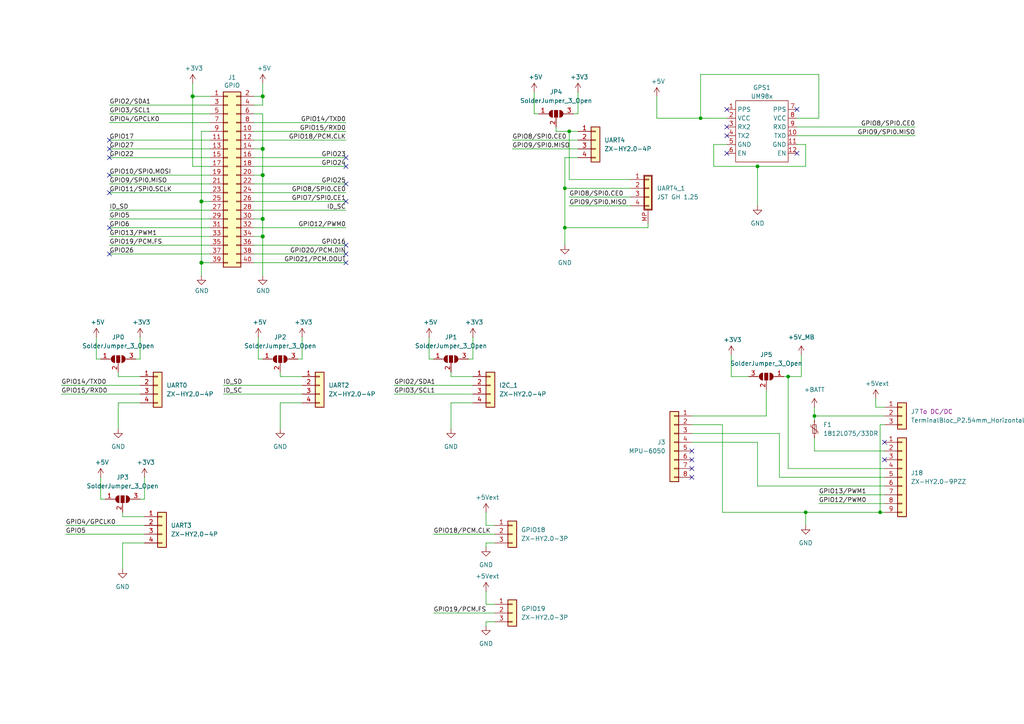
<source format=kicad_sch>
(kicad_sch (version 20250114) (generator "eeschema") (generator_version "9.0")
  (paper "A4")
  (title_block (title "Mowgli PCB (French Touch)") (date "15 nov 2012") (rev "V1.0"))
  (lib_symbols
    (symbol "Connector_Generic:Conn_01x03" (pin_names (offset 1.016) (hide yes))
      (property "Reference" "J" (at 0 5.08 0))
      (property "Value" "Conn_01x03" (at 0 -5.08 0))
      (symbol "Conn_01x03_1_1"
        (rectangle (start -1.27 3.81) (end 1.27 -3.81) (stroke (width 0.254)) (fill (type background)))
        (rectangle (start -1.27 2.667) (end 0 2.413) (stroke (width 0.1524)))
        (rectangle (start -1.27 0.127) (end 0 -0.127) (stroke (width 0.1524)))
        (rectangle (start -1.27 -2.413) (end 0 -2.667) (stroke (width 0.1524)))
        (pin passive line (at -5.08 2.54 0) (length 3.81) (name "Pin_1") (number "1"))
        (pin passive line (at -5.08 0 0) (length 3.81) (name "Pin_2") (number "2"))
        (pin passive line (at -5.08 -2.54 0) (length 3.81) (name "Pin_3") (number "3"))
      )
    )
    (symbol "Connector_Generic:Conn_01x04" (pin_names (offset 1.016) (hide yes))
      (property "Reference" "J" (at 0 5.08 0))
      (property "Value" "Conn_01x04" (at 0 -7.62 0))
      (symbol "Conn_01x04_1_1"
        (rectangle (start -1.27 3.81) (end 1.27 -6.35) (stroke (width 0.254)) (fill (type background)))
        (rectangle (start -1.27 2.667) (end 0 2.413) (stroke (width 0.1524)))
        (rectangle (start -1.27 0.127) (end 0 -0.127) (stroke (width 0.1524)))
        (rectangle (start -1.27 -2.413) (end 0 -2.667) (stroke (width 0.1524)))
        (rectangle (start -1.27 -4.953) (end 0 -5.207) (stroke (width 0.1524)))
        (pin passive line (at -5.08 2.54 0) (length 3.81) (name "Pin_1") (number "1"))
        (pin passive line (at -5.08 0 0) (length 3.81) (name "Pin_2") (number "2"))
        (pin passive line (at -5.08 -2.54 0) (length 3.81) (name "Pin_3") (number "3"))
        (pin passive line (at -5.08 -5.08 0) (length 3.81) (name "Pin_4") (number "4"))
      )
    )
    (symbol "Connector_Generic:Conn_01x08" (pin_names (offset 1.016) (hide yes))
      (property "Reference" "J" (at 0 10.16 0))
      (property "Value" "Conn_01x08" (at 0 -12.7 0))
      (symbol "Conn_01x08_1_1"
        (rectangle (start -1.27 8.89) (end 1.27 -11.43) (stroke (width 0.254)) (fill (type background)))
        (rectangle (start -1.27 7.747) (end 0 7.493) (stroke (width 0.1524)))
        (rectangle (start -1.27 5.207) (end 0 4.953) (stroke (width 0.1524)))
        (rectangle (start -1.27 2.667) (end 0 2.413) (stroke (width 0.1524)))
        (rectangle (start -1.27 0.127) (end 0 -0.127) (stroke (width 0.1524)))
        (rectangle (start -1.27 -2.413) (end 0 -2.667) (stroke (width 0.1524)))
        (rectangle (start -1.27 -4.953) (end 0 -5.207) (stroke (width 0.1524)))
        (rectangle (start -1.27 -7.493) (end 0 -7.747) (stroke (width 0.1524)))
        (rectangle (start -1.27 -10.033) (end 0 -10.287) (stroke (width 0.1524)))
        (pin passive line (at -5.08 7.62 0) (length 3.81) (name "Pin_1") (number "1"))
        (pin passive line (at -5.08 5.08 0) (length 3.81) (name "Pin_2") (number "2"))
        (pin passive line (at -5.08 2.54 0) (length 3.81) (name "Pin_3") (number "3"))
        (pin passive line (at -5.08 0 0) (length 3.81) (name "Pin_4") (number "4"))
        (pin passive line (at -5.08 -2.54 0) (length 3.81) (name "Pin_5") (number "5"))
        (pin passive line (at -5.08 -5.08 0) (length 3.81) (name "Pin_6") (number "6"))
        (pin passive line (at -5.08 -7.62 0) (length 3.81) (name "Pin_7") (number "7"))
        (pin passive line (at -5.08 -10.16 0) (length 3.81) (name "Pin_8") (number "8"))
      )
    )
    (symbol "Connector_Generic:Conn_01x09" (pin_names (offset 1.016) (hide yes))
      (property "Reference" "J" (at 0 12.7 0))
      (property "Value" "Conn_01x09" (at 0 -12.7 0))
      (symbol "Conn_01x09_1_1"
        (rectangle (start -1.27 11.43) (end 1.27 -11.43) (stroke (width 0.254)) (fill (type background)))
        (rectangle (start -1.27 10.287) (end 0 10.033) (stroke (width 0.1524)))
        (rectangle (start -1.27 7.747) (end 0 7.493) (stroke (width 0.1524)))
        (rectangle (start -1.27 5.207) (end 0 4.953) (stroke (width 0.1524)))
        (rectangle (start -1.27 2.667) (end 0 2.413) (stroke (width 0.1524)))
        (rectangle (start -1.27 0.127) (end 0 -0.127) (stroke (width 0.1524)))
        (rectangle (start -1.27 -2.413) (end 0 -2.667) (stroke (width 0.1524)))
        (rectangle (start -1.27 -4.953) (end 0 -5.207) (stroke (width 0.1524)))
        (rectangle (start -1.27 -7.493) (end 0 -7.747) (stroke (width 0.1524)))
        (rectangle (start -1.27 -10.033) (end 0 -10.287) (stroke (width 0.1524)))
        (pin passive line (at -5.08 10.16 0) (length 3.81) (name "Pin_1") (number "1"))
        (pin passive line (at -5.08 7.62 0) (length 3.81) (name "Pin_2") (number "2"))
        (pin passive line (at -5.08 5.08 0) (length 3.81) (name "Pin_3") (number "3"))
        (pin passive line (at -5.08 2.54 0) (length 3.81) (name "Pin_4") (number "4"))
        (pin passive line (at -5.08 0 0) (length 3.81) (name "Pin_5") (number "5"))
        (pin passive line (at -5.08 -2.54 0) (length 3.81) (name "Pin_6") (number "6"))
        (pin passive line (at -5.08 -5.08 0) (length 3.81) (name "Pin_7") (number "7"))
        (pin passive line (at -5.08 -7.62 0) (length 3.81) (name "Pin_8") (number "8"))
        (pin passive line (at -5.08 -10.16 0) (length 3.81) (name "Pin_9") (number "9"))
      )
    )
    (symbol "Connector_Generic:Conn_02x20_Odd_Even" (pin_names (offset 1.016) (hide yes))
      (property "Reference" "J" (at 1.27 25.4 0))
      (property "Value" "Conn_02x20_Odd_Even" (at 1.27 -27.94 0))
      (symbol "Conn_02x20_Odd_Even_1_1"
        (rectangle (start -1.27 24.13) (end 3.81 -26.67) (stroke (width 0.254)) (fill (type background)))
        (rectangle (start -1.27 22.987) (end 0 22.733) (stroke (width 0.1524)))
        (rectangle (start -1.27 20.447) (end 0 20.193) (stroke (width 0.1524)))
        (rectangle (start -1.27 17.907) (end 0 17.653) (stroke (width 0.1524)))
        (rectangle (start -1.27 15.367) (end 0 15.113) (stroke (width 0.1524)))
        (rectangle (start -1.27 12.827) (end 0 12.573) (stroke (width 0.1524)))
        (rectangle (start -1.27 10.287) (end 0 10.033) (stroke (width 0.1524)))
        (rectangle (start -1.27 7.747) (end 0 7.493) (stroke (width 0.1524)))
        (rectangle (start -1.27 5.207) (end 0 4.953) (stroke (width 0.1524)))
        (rectangle (start -1.27 2.667) (end 0 2.413) (stroke (width 0.1524)))
        (rectangle (start -1.27 0.127) (end 0 -0.127) (stroke (width 0.1524)))
        (rectangle (start -1.27 -2.413) (end 0 -2.667) (stroke (width 0.1524)))
        (rectangle (start -1.27 -4.953) (end 0 -5.207) (stroke (width 0.1524)))
        (rectangle (start -1.27 -7.493) (end 0 -7.747) (stroke (width 0.1524)))
        (rectangle (start -1.27 -10.033) (end 0 -10.287) (stroke (width 0.1524)))
        (rectangle (start -1.27 -12.573) (end 0 -12.827) (stroke (width 0.1524)))
        (rectangle (start -1.27 -15.113) (end 0 -15.367) (stroke (width 0.1524)))
        (rectangle (start -1.27 -17.653) (end 0 -17.907) (stroke (width 0.1524)))
        (rectangle (start -1.27 -20.193) (end 0 -20.447) (stroke (width 0.1524)))
        (rectangle (start -1.27 -22.733) (end 0 -22.987) (stroke (width 0.1524)))
        (rectangle (start -1.27 -25.273) (end 0 -25.527) (stroke (width 0.1524)))
        (rectangle (start 3.81 22.987) (end 2.54 22.733) (stroke (width 0.1524)))
        (rectangle (start 3.81 20.447) (end 2.54 20.193) (stroke (width 0.1524)))
        (rectangle (start 3.81 17.907) (end 2.54 17.653) (stroke (width 0.1524)))
        (rectangle (start 3.81 15.367) (end 2.54 15.113) (stroke (width 0.1524)))
        (rectangle (start 3.81 12.827) (end 2.54 12.573) (stroke (width 0.1524)))
        (rectangle (start 3.81 10.287) (end 2.54 10.033) (stroke (width 0.1524)))
        (rectangle (start 3.81 7.747) (end 2.54 7.493) (stroke (width 0.1524)))
        (rectangle (start 3.81 5.207) (end 2.54 4.953) (stroke (width 0.1524)))
        (rectangle (start 3.81 2.667) (end 2.54 2.413) (stroke (width 0.1524)))
        (rectangle (start 3.81 0.127) (end 2.54 -0.127) (stroke (width 0.1524)))
        (rectangle (start 3.81 -2.413) (end 2.54 -2.667) (stroke (width 0.1524)))
        (rectangle (start 3.81 -4.953) (end 2.54 -5.207) (stroke (width 0.1524)))
        (rectangle (start 3.81 -7.493) (end 2.54 -7.747) (stroke (width 0.1524)))
        (rectangle (start 3.81 -10.033) (end 2.54 -10.287) (stroke (width 0.1524)))
        (rectangle (start 3.81 -12.573) (end 2.54 -12.827) (stroke (width 0.1524)))
        (rectangle (start 3.81 -15.113) (end 2.54 -15.367) (stroke (width 0.1524)))
        (rectangle (start 3.81 -17.653) (end 2.54 -17.907) (stroke (width 0.1524)))
        (rectangle (start 3.81 -20.193) (end 2.54 -20.447) (stroke (width 0.1524)))
        (rectangle (start 3.81 -22.733) (end 2.54 -22.987) (stroke (width 0.1524)))
        (rectangle (start 3.81 -25.273) (end 2.54 -25.527) (stroke (width 0.1524)))
        (pin passive line (at -5.08 22.86 0) (length 3.81) (name "Pin_1") (number "1"))
        (pin passive line (at -5.08 20.32 0) (length 3.81) (name "Pin_3") (number "3"))
        (pin passive line (at -5.08 17.78 0) (length 3.81) (name "Pin_5") (number "5"))
        (pin passive line (at -5.08 15.24 0) (length 3.81) (name "Pin_7") (number "7"))
        (pin passive line (at -5.08 12.7 0) (length 3.81) (name "Pin_9") (number "9"))
        (pin passive line (at -5.08 10.16 0) (length 3.81) (name "Pin_11") (number "11"))
        (pin passive line (at -5.08 7.62 0) (length 3.81) (name "Pin_13") (number "13"))
        (pin passive line (at -5.08 5.08 0) (length 3.81) (name "Pin_15") (number "15"))
        (pin passive line (at -5.08 2.54 0) (length 3.81) (name "Pin_17") (number "17"))
        (pin passive line (at -5.08 0 0) (length 3.81) (name "Pin_19") (number "19"))
        (pin passive line (at -5.08 -2.54 0) (length 3.81) (name "Pin_21") (number "21"))
        (pin passive line (at -5.08 -5.08 0) (length 3.81) (name "Pin_23") (number "23"))
        (pin passive line (at -5.08 -7.62 0) (length 3.81) (name "Pin_25") (number "25"))
        (pin passive line (at -5.08 -10.16 0) (length 3.81) (name "Pin_27") (number "27"))
        (pin passive line (at -5.08 -12.7 0) (length 3.81) (name "Pin_29") (number "29"))
        (pin passive line (at -5.08 -15.24 0) (length 3.81) (name "Pin_31") (number "31"))
        (pin passive line (at -5.08 -17.78 0) (length 3.81) (name "Pin_33") (number "33"))
        (pin passive line (at -5.08 -20.32 0) (length 3.81) (name "Pin_35") (number "35"))
        (pin passive line (at -5.08 -22.86 0) (length 3.81) (name "Pin_37") (number "37"))
        (pin passive line (at -5.08 -25.4 0) (length 3.81) (name "Pin_39") (number "39"))
        (pin passive line (at 7.62 22.86 180) (length 3.81) (name "Pin_2") (number "2"))
        (pin passive line (at 7.62 20.32 180) (length 3.81) (name "Pin_4") (number "4"))
        (pin passive line (at 7.62 17.78 180) (length 3.81) (name "Pin_6") (number "6"))
        (pin passive line (at 7.62 15.24 180) (length 3.81) (name "Pin_8") (number "8"))
        (pin passive line (at 7.62 12.7 180) (length 3.81) (name "Pin_10") (number "10"))
        (pin passive line (at 7.62 10.16 180) (length 3.81) (name "Pin_12") (number "12"))
        (pin passive line (at 7.62 7.62 180) (length 3.81) (name "Pin_14") (number "14"))
        (pin passive line (at 7.62 5.08 180) (length 3.81) (name "Pin_16") (number "16"))
        (pin passive line (at 7.62 2.54 180) (length 3.81) (name "Pin_18") (number "18"))
        (pin passive line (at 7.62 0 180) (length 3.81) (name "Pin_20") (number "20"))
        (pin passive line (at 7.62 -2.54 180) (length 3.81) (name "Pin_22") (number "22"))
        (pin passive line (at 7.62 -5.08 180) (length 3.81) (name "Pin_24") (number "24"))
        (pin passive line (at 7.62 -7.62 180) (length 3.81) (name "Pin_26") (number "26"))
        (pin passive line (at 7.62 -10.16 180) (length 3.81) (name "Pin_28") (number "28"))
        (pin passive line (at 7.62 -12.7 180) (length 3.81) (name "Pin_30") (number "30"))
        (pin passive line (at 7.62 -15.24 180) (length 3.81) (name "Pin_32") (number "32"))
        (pin passive line (at 7.62 -17.78 180) (length 3.81) (name "Pin_34") (number "34"))
        (pin passive line (at 7.62 -20.32 180) (length 3.81) (name "Pin_36") (number "36"))
        (pin passive line (at 7.62 -22.86 180) (length 3.81) (name "Pin_38") (number "38"))
        (pin passive line (at 7.62 -25.4 180) (length 3.81) (name "Pin_40") (number "40"))
      )
    )
    (symbol "Connector_Generic_Shielded:Conn_01x04_Shielded" (pin_names (offset 1.016) (hide yes))
      (property "Reference" "UART4_1" (at 2.54 0.0001 0))
      (property "Value" "JST GH 1.25" (at 2.54 -2.5399 0))
      (symbol "Conn_01x04_Shielded_1_1"
        (rectangle (start -1.27 3.81) (end 1.27 -6.35) (stroke (width 0.1524)))
        (rectangle (start -1.016 3.556) (end 1.016 -6.096) (stroke (width 0.254)) (fill (type background)))
        (rectangle (start -1.016 2.667) (end 0.254 2.413) (stroke (width 0.1524)))
        (rectangle (start -1.016 0.127) (end 0.254 -0.127) (stroke (width 0.1524)))
        (rectangle (start -1.016 -2.413) (end 0.254 -2.667) (stroke (width 0.1524)))
        (rectangle (start -1.016 -4.953) (end 0.254 -5.207) (stroke (width 0.1524)))
        (pin passive line (at -5.08 2.54 0) (length 4.064) (name "Pin_1") (number "1"))
        (pin passive line (at -5.08 0 0) (length 4.064) (name "Pin_2") (number "2"))
        (pin passive line (at -5.08 -2.54 0) (length 4.064) (name "Pin_3") (number "3"))
        (pin passive line (at -5.08 -5.08 0) (length 4.064) (name "Pin_4") (number "4"))
        (pin passive line (at 0 -10.16 90) (length 3.81) (name "Shield") (number "MP"))
      )
    )
    (symbol "Device:Polyfuse_Small" (pin_numbers (hide yes)) (pin_names (offset 0))
      (property "Reference" "F" (at -1.905 0 90))
      (property "Value" "Polyfuse_Small" (at 1.905 0 90))
      (symbol "Polyfuse_Small_0_1"
        (polyline (pts (xy -1.016 1.27) (xy -1.016 0.762) (xy 1.016 -0.762) (xy 1.016 -1.27)))
        (rectangle (start -0.508 1.27) (end 0.508 -1.27))
        (polyline (pts (xy 0 2.54) (xy 0 -2.54)))
      )
      (symbol "Polyfuse_Small_1_1"
        (pin passive line (at 0 2.54 270) (length 0.635) (name "~") (number "1"))
        (pin passive line (at 0 -2.54 90) (length 0.635) (name "~") (number "2"))
      )
    )
    (symbol "Jumper:SolderJumper_3_Open" (pin_names (offset 0) (hide yes)) (exclude_from_sim yes) (in_bom no)
      (property "Reference" "JP" (at -2.54 -2.54 0))
      (property "Value" "SolderJumper_3_Open" (at 0 2.794 0))
      (symbol "SolderJumper_3_Open_0_1"
        (polyline (pts (xy -2.54 0) (xy -2.032 0)))
        (polyline (pts (xy -1.016 1.016) (xy -1.016 -1.016)))
        (arc (start -1.016 -1.016) (mid -2.0276 0) (end -1.016 1.016))
        (arc (start -1.016 -1.016) (mid -2.0276 0) (end -1.016 1.016) (fill (type outline)))
        (rectangle (start -0.508 1.016) (end 0.508 -1.016) (fill (type outline)))
        (polyline (pts (xy 0 -1.27) (xy 0 -1.016)))
        (arc (start 1.016 1.016) (mid 2.0276 0) (end 1.016 -1.016))
        (arc (start 1.016 1.016) (mid 2.0276 0) (end 1.016 -1.016) (fill (type outline)))
        (polyline (pts (xy 1.016 1.016) (xy 1.016 -1.016)))
        (polyline (pts (xy 2.54 0) (xy 2.032 0)))
      )
      (symbol "SolderJumper_3_Open_1_1"
        (pin passive line (at -5.08 0 0) (length 2.54) (name "A") (number "1"))
        (pin passive line (at 0 -3.81 90) (length 2.54) (name "C") (number "2"))
        (pin passive line (at 5.08 0 180) (length 2.54) (name "B") (number "3"))
      )
    )
    (symbol "power:+3.3V" (power) (pin_numbers (hide yes)) (pin_names (offset 0) (hide yes))
      (property "Value" "+3.3V" (at 0 3.556 0))
      (symbol "+3.3V_0_1"
        (polyline (pts (xy -0.762 1.27) (xy 0 2.54)))
        (polyline (pts (xy 0 2.54) (xy 0.762 1.27)))
        (polyline (pts (xy 0 0) (xy 0 2.54)))
      )
      (symbol "+3.3V_1_1"
        (pin power_in line (at 0 0 90) (length 0) (name "~") (number "1"))
      )
    )
    (symbol "power:+5V" (power) (pin_numbers (hide yes)) (pin_names (offset 0) (hide yes))
      (property "Value" "+5V" (at 0 3.556 0))
      (symbol "+5V_0_1"
        (polyline (pts (xy -0.762 1.27) (xy 0 2.54)))
        (polyline (pts (xy 0 2.54) (xy 0.762 1.27)))
        (polyline (pts (xy 0 0) (xy 0 2.54)))
      )
      (symbol "+5V_1_1"
        (pin power_in line (at 0 0 90) (length 0) (name "~") (number "1"))
      )
    )
    (symbol "power:+BATT" (power) (pin_numbers (hide yes)) (pin_names (offset 0) (hide yes))
      (property "Value" "+BATT" (at 0 3.556 0))
      (symbol "+BATT_0_1"
        (polyline (pts (xy -0.762 1.27) (xy 0 2.54)))
        (polyline (pts (xy 0 2.54) (xy 0.762 1.27)))
        (polyline (pts (xy 0 0) (xy 0 2.54)))
      )
      (symbol "+BATT_1_1"
        (pin power_in line (at 0 0 90) (length 0) (name "~") (number "1"))
      )
    )
    (symbol "power:GND" (power) (pin_numbers (hide yes)) (pin_names (offset 0) (hide yes))
      (property "Value" "GND" (at 0 -3.81 0))
      (symbol "GND_0_1"
        (polyline (pts (xy 0 0) (xy 0 -1.27) (xy 1.27 -1.27) (xy 0 -2.54) (xy -1.27 -1.27) (xy 0 -1.27)))
      )
      (symbol "GND_1_1"
        (pin power_in line (at 0 0 270) (length 0) (name "~") (number "1"))
      )
    )
    (symbol "xtech:UM9xx_WitMotion"
      (property "Reference" "U" (at 7.62 1.016 0))
      (symbol "UM9xx_WitMotion_0_1"
        (rectangle (start 0 20.32) (end 15.24 2.54))
      )
      (symbol "UM9xx_WitMotion_1_1"
        (pin output line (at -2.54 17.78 0) (length 2.54) (name "PPS") (number "1"))
        (pin input line (at -2.54 15.24 0) (length 2.54) (name "VCC") (number "2"))
        (pin input line (at -2.54 12.7 0) (length 2.54) (name "RX2") (number "3"))
        (pin output line (at -2.54 10.16 0) (length 2.54) (name "TX2") (number "4"))
        (pin input line (at -2.54 7.62 0) (length 2.54) (name "GND") (number "5"))
        (pin output line (at -2.54 5.08 0) (length 2.54) (name "EN") (number "6"))
        (pin output line (at 17.78 17.78 180) (length 2.54) (name "PPS") (number "7"))
        (pin input line (at 17.78 15.24 180) (length 2.54) (name "VCC") (number "8"))
        (pin input line (at 17.78 12.7 180) (length 2.54) (name "RXD") (number "9"))
        (pin output line (at 17.78 10.16 180) (length 2.54) (name "TXD") (number "10"))
        (pin input line (at 17.78 7.62 180) (length 2.54) (name "GND") (number "11"))
        (pin output line (at 17.78 5.08 180) (length 2.54) (name "EN") (number "12"))
      )
    )
  )
  (junction (at 219.71 48.26))
  (junction (at 76.2 27.94) (diameter 1.016))
  (junction (at 76.2 43.18) (diameter 1.016))
  (junction (at 255.27 148.59))
  (junction (at 58.42 76.2) (diameter 1.016))
  (junction (at 58.42 58.42) (diameter 1.016))
  (junction (at 233.68 148.59))
  (junction (at 76.2 68.58) (diameter 1.016))
  (junction (at 236.22 120.65))
  (junction (at 76.2 63.5) (diameter 1.016))
  (junction (at 165.1 38.1))
  (junction (at 203.2 34.29))
  (junction (at 228.6 109.22))
  (junction (at 76.2 50.8) (diameter 1.016))
  (junction (at 163.83 66.04))
  (junction (at 163.83 54.61))
  (junction (at 55.88 27.94) (diameter 1.016))
  (no_connect (at 100.33 58.42))
  (no_connect (at 31.75 73.66))
  (no_connect (at 200.66 133.35))
  (no_connect (at 210.82 36.83))
  (no_connect (at 31.75 43.18))
  (no_connect (at 200.66 130.81))
  (no_connect (at 31.75 45.72))
  (no_connect (at 31.75 50.8))
  (no_connect (at 256.54 133.35))
  (no_connect (at 100.33 73.66))
  (no_connect (at 31.75 40.64))
  (no_connect (at 210.82 31.75))
  (no_connect (at 100.33 48.26))
  (no_connect (at 231.14 31.75))
  (no_connect (at 31.75 55.88))
  (no_connect (at 100.33 45.72))
  (no_connect (at 231.14 44.45))
  (no_connect (at 210.82 39.37))
  (no_connect (at 200.66 138.43))
  (no_connect (at 100.33 76.2))
  (no_connect (at 210.82 44.45))
  (no_connect (at 200.66 135.89))
  (no_connect (at 256.54 128.27))
  (no_connect (at 100.33 71.12))
  (no_connect (at 31.75 66.04))
  (no_connect (at 100.33 53.34))
  (wire (pts (xy 58.42 58.42) (xy 58.42 76.2)))
  (wire (pts (xy 187.96 64.77) (xy 187.96 66.04)))
  (wire (pts (xy 73.66 58.42) (xy 100.33 58.42)))
  (wire (pts (xy 125.73 177.8) (xy 143.51 177.8)))
  (wire (pts (xy 228.6 109.22) (xy 227.33 109.22)))
  (wire (pts (xy 143.51 157.48) (xy 140.97 157.48)))
  (wire (pts (xy 60.96 40.64) (xy 31.75 40.64)))
  (wire (pts (xy 19.05 154.94) (xy 41.91 154.94)))
  (wire (pts (xy 165.1 38.1) (xy 165.1 52.07)))
  (wire (pts (xy 76.2 33.02) (xy 76.2 43.18)))
  (wire (pts (xy 81.28 109.22) (xy 87.63 109.22)))
  (wire (pts (xy 76.2 50.8) (xy 73.66 50.8)))
  (wire (pts (xy 40.64 116.84) (xy 34.29 116.84)))
  (wire (pts (xy 217.17 109.22) (xy 212.09 109.22)))
  (wire (pts (xy 35.56 157.48) (xy 35.56 165.1)))
  (wire (pts (xy 74.93 97.79) (xy 74.93 104.14)))
  (wire (pts (xy 34.29 109.22) (xy 40.64 109.22)))
  (wire (pts (xy 233.68 41.91) (xy 233.68 48.26)))
  (wire (pts (xy 76.2 63.5) (xy 76.2 68.58)))
  (wire (pts (xy 187.96 66.04) (xy 163.83 66.04)))
  (wire (pts (xy 29.21 144.78) (xy 30.48 144.78)))
  (wire (pts (xy 81.28 107.95) (xy 81.28 109.22)))
  (wire (pts (xy 86.36 104.14) (xy 87.63 104.14)))
  (wire (pts (xy 200.66 128.27) (xy 219.71 128.27)))
  (wire (pts (xy 64.77 111.76) (xy 87.63 111.76)))
  (wire (pts (xy 237.49 21.59) (xy 203.2 21.59)))
  (wire (pts (xy 167.64 45.72) (xy 163.83 45.72)))
  (wire (pts (xy 237.49 143.51) (xy 256.54 143.51)))
  (wire (pts (xy 231.14 36.83) (xy 265.43 36.83)))
  (wire (pts (xy 76.2 50.8) (xy 76.2 63.5)))
  (wire (pts (xy 34.29 116.84) (xy 34.29 124.46)))
  (wire (pts (xy 73.66 35.56) (xy 100.33 35.56)))
  (wire (pts (xy 58.42 38.1) (xy 58.42 58.42)))
  (wire (pts (xy 226.06 125.73) (xy 226.06 138.43)))
  (wire (pts (xy 256.54 118.11) (xy 254 118.11)))
  (wire (pts (xy 190.5 34.29) (xy 190.5 27.94)))
  (wire (pts (xy 58.42 38.1) (xy 60.96 38.1)))
  (wire (pts (xy 39.37 104.14) (xy 40.64 104.14)))
  (wire (pts (xy 137.16 97.79) (xy 137.16 104.14)))
  (wire (pts (xy 73.66 55.88) (xy 100.33 55.88)))
  (wire (pts (xy 163.83 66.04) (xy 163.83 71.12)))
  (wire (pts (xy 60.96 60.96) (xy 31.75 60.96)))
  (wire (pts (xy 31.75 63.5) (xy 60.96 63.5)))
  (wire (pts (xy 29.21 138.43) (xy 29.21 144.78)))
  (wire (pts (xy 130.81 116.84) (xy 130.81 124.46)))
  (wire (pts (xy 231.14 39.37) (xy 265.43 39.37)))
  (wire (pts (xy 237.49 34.29) (xy 237.49 21.59)))
  (wire (pts (xy 207.01 41.91) (xy 207.01 48.26)))
  (wire (pts (xy 58.42 58.42) (xy 60.96 58.42)))
  (wire (pts (xy 256.54 123.19) (xy 255.27 123.19)))
  (wire (pts (xy 73.66 45.72) (xy 100.33 45.72)))
  (wire (pts (xy 231.14 41.91) (xy 233.68 41.91)))
  (wire (pts (xy 154.94 26.67) (xy 154.94 33.02)))
  (wire (pts (xy 203.2 21.59) (xy 203.2 34.29)))
  (wire (pts (xy 219.71 48.26) (xy 233.68 48.26)))
  (wire (pts (xy 163.83 54.61) (xy 182.88 54.61)))
  (wire (pts (xy 165.1 57.15) (xy 182.88 57.15)))
  (wire (pts (xy 73.66 76.2) (xy 100.33 76.2)))
  (wire (pts (xy 58.42 76.2) (xy 58.42 80.01)))
  (wire (pts (xy 31.75 43.18) (xy 60.96 43.18)))
  (wire (pts (xy 55.88 24.13) (xy 55.88 27.94)))
  (wire (pts (xy 232.41 109.22) (xy 228.6 109.22)))
  (wire (pts (xy 114.3 111.76) (xy 137.16 111.76)))
  (wire (pts (xy 143.51 175.26) (xy 140.97 175.26)))
  (wire (pts (xy 27.94 97.79) (xy 27.94 104.14)))
  (wire (pts (xy 236.22 118.11) (xy 236.22 120.65)))
  (wire (pts (xy 212.09 109.22) (xy 212.09 102.87)))
  (wire (pts (xy 76.2 68.58) (xy 73.66 68.58)))
  (wire (pts (xy 34.29 107.95) (xy 34.29 109.22)))
  (wire (pts (xy 143.51 152.4) (xy 140.97 152.4)))
  (wire (pts (xy 125.73 154.94) (xy 143.51 154.94)))
  (wire (pts (xy 31.75 33.02) (xy 60.96 33.02)))
  (wire (pts (xy 203.2 34.29) (xy 210.82 34.29)))
  (wire (pts (xy 207.01 48.26) (xy 219.71 48.26)))
  (wire (pts (xy 124.46 97.79) (xy 124.46 104.14)))
  (wire (pts (xy 31.75 55.88) (xy 60.96 55.88)))
  (wire (pts (xy 55.88 48.26) (xy 60.96 48.26)))
  (wire (pts (xy 17.78 114.3) (xy 40.64 114.3)))
  (wire (pts (xy 232.41 102.87) (xy 232.41 109.22)))
  (wire (pts (xy 236.22 130.81) (xy 236.22 127)))
  (wire (pts (xy 60.96 30.48) (xy 31.75 30.48)))
  (wire (pts (xy 163.83 54.61) (xy 163.83 66.04)))
  (wire (pts (xy 76.2 27.94) (xy 76.2 30.48)))
  (wire (pts (xy 228.6 135.89) (xy 256.54 135.89)))
  (wire (pts (xy 219.71 48.26) (xy 219.71 59.69)))
  (wire (pts (xy 74.93 104.14) (xy 76.2 104.14)))
  (wire (pts (xy 76.2 43.18) (xy 76.2 50.8)))
  (wire (pts (xy 73.66 40.64) (xy 100.33 40.64)))
  (wire (pts (xy 210.82 41.91) (xy 207.01 41.91)))
  (wire (pts (xy 76.2 43.18) (xy 73.66 43.18)))
  (wire (pts (xy 19.05 152.4) (xy 41.91 152.4)))
  (wire (pts (xy 222.25 113.03) (xy 222.25 120.65)))
  (wire (pts (xy 161.29 38.1) (xy 165.1 38.1)))
  (wire (pts (xy 148.59 40.64) (xy 167.64 40.64)))
  (wire (pts (xy 76.2 24.13) (xy 76.2 27.94)))
  (wire (pts (xy 254 118.11) (xy 254 115.57)))
  (wire (pts (xy 31.75 35.56) (xy 60.96 35.56)))
  (wire (pts (xy 219.71 140.97) (xy 219.71 128.27)))
  (wire (pts (xy 76.2 27.94) (xy 73.66 27.94)))
  (wire (pts (xy 237.49 146.05) (xy 256.54 146.05)))
  (wire (pts (xy 55.88 27.94) (xy 55.88 48.26)))
  (wire (pts (xy 140.97 175.26) (xy 140.97 171.45)))
  (wire (pts (xy 73.66 48.26) (xy 100.33 48.26)))
  (wire (pts (xy 73.66 38.1) (xy 100.33 38.1)))
  (wire (pts (xy 148.59 43.18) (xy 167.64 43.18)))
  (wire (pts (xy 161.29 36.83) (xy 161.29 38.1)))
  (wire (pts (xy 233.68 148.59) (xy 233.68 152.4)))
  (wire (pts (xy 81.28 116.84) (xy 81.28 124.46)))
  (wire (pts (xy 31.75 45.72) (xy 60.96 45.72)))
  (wire (pts (xy 228.6 109.22) (xy 228.6 135.89)))
  (wire (pts (xy 31.75 53.34) (xy 60.96 53.34)))
  (wire (pts (xy 231.14 34.29) (xy 237.49 34.29)))
  (wire (pts (xy 87.63 116.84) (xy 81.28 116.84)))
  (wire (pts (xy 256.54 130.81) (xy 236.22 130.81)))
  (wire (pts (xy 130.81 109.22) (xy 137.16 109.22)))
  (wire (pts (xy 255.27 123.19) (xy 255.27 148.59)))
  (wire (pts (xy 31.75 66.04) (xy 60.96 66.04)))
  (wire (pts (xy 76.2 30.48) (xy 73.66 30.48)))
  (wire (pts (xy 233.68 148.59) (xy 255.27 148.59)))
  (wire (pts (xy 27.94 104.14) (xy 29.21 104.14)))
  (wire (pts (xy 135.89 104.14) (xy 137.16 104.14)))
  (wire (pts (xy 17.78 111.76) (xy 40.64 111.76)))
  (wire (pts (xy 200.66 120.65) (xy 222.25 120.65)))
  (wire (pts (xy 31.75 71.12) (xy 60.96 71.12)))
  (wire (pts (xy 40.64 97.79) (xy 40.64 104.14)))
  (wire (pts (xy 163.83 45.72) (xy 163.83 54.61)))
  (wire (pts (xy 73.66 71.12) (xy 100.33 71.12)))
  (wire (pts (xy 87.63 97.79) (xy 87.63 104.14)))
  (wire (pts (xy 73.66 66.04) (xy 100.33 66.04)))
  (wire (pts (xy 140.97 180.34) (xy 140.97 181.61)))
  (wire (pts (xy 58.42 76.2) (xy 60.96 76.2)))
  (wire (pts (xy 40.64 144.78) (xy 41.91 144.78)))
  (wire (pts (xy 166.37 33.02) (xy 167.64 33.02)))
  (wire (pts (xy 140.97 152.4) (xy 140.97 148.59)))
  (wire (pts (xy 73.66 73.66) (xy 100.33 73.66)))
  (wire (pts (xy 76.2 33.02) (xy 73.66 33.02)))
  (wire (pts (xy 31.75 73.66) (xy 60.96 73.66)))
  (wire (pts (xy 41.91 138.43) (xy 41.91 144.78)))
  (wire (pts (xy 165.1 52.07) (xy 182.88 52.07)))
  (wire (pts (xy 190.5 34.29) (xy 203.2 34.29)))
  (wire (pts (xy 143.51 180.34) (xy 140.97 180.34)))
  (wire (pts (xy 35.56 148.59) (xy 35.56 149.86)))
  (wire (pts (xy 41.91 157.48) (xy 35.56 157.48)))
  (wire (pts (xy 140.97 157.48) (xy 140.97 158.75)))
  (wire (pts (xy 209.55 148.59) (xy 209.55 123.19)))
  (wire (pts (xy 236.22 120.65) (xy 256.54 120.65)))
  (wire (pts (xy 76.2 68.58) (xy 76.2 80.01)))
  (wire (pts (xy 114.3 114.3) (xy 137.16 114.3)))
  (wire (pts (xy 124.46 104.14) (xy 125.73 104.14)))
  (wire (pts (xy 73.66 53.34) (xy 100.33 53.34)))
  (wire (pts (xy 60.96 68.58) (xy 31.75 68.58)))
  (wire (pts (xy 130.81 107.95) (xy 130.81 109.22)))
  (wire (pts (xy 209.55 148.59) (xy 233.68 148.59)))
  (wire (pts (xy 226.06 138.43) (xy 256.54 138.43)))
  (wire (pts (xy 236.22 120.65) (xy 236.22 121.92)))
  (wire (pts (xy 255.27 148.59) (xy 256.54 148.59)))
  (wire (pts (xy 76.2 63.5) (xy 73.66 63.5)))
  (wire (pts (xy 209.55 123.19) (xy 200.66 123.19)))
  (wire (pts (xy 165.1 38.1) (xy 167.64 38.1)))
  (wire (pts (xy 55.88 27.94) (xy 60.96 27.94)))
  (wire (pts (xy 35.56 149.86) (xy 41.91 149.86)))
  (wire (pts (xy 154.94 33.02) (xy 156.21 33.02)))
  (wire (pts (xy 64.77 114.3) (xy 87.63 114.3)))
  (wire (pts (xy 200.66 125.73) (xy 226.06 125.73)))
  (wire (pts (xy 219.71 140.97) (xy 256.54 140.97)))
  (wire (pts (xy 60.96 50.8) (xy 31.75 50.8)))
  (wire (pts (xy 73.66 60.96) (xy 100.33 60.96)))
  (wire (pts (xy 165.1 59.69) (xy 182.88 59.69)))
  (wire (pts (xy 137.16 116.84) (xy 130.81 116.84)))
  (wire (pts (xy 167.64 26.67) (xy 167.64 33.02)))
  (label "GPIO9{slash}SPI0.MISO" (at 265.43 39.37 180))
  (label "ID_SD" (at 31.75 60.96 0))
  (label "GPIO6" (at 31.75 66.04 0))
  (label "GPIO9{slash}SPI0.MISO" (at 165.1 59.69 0))
  (label "GPIO4{slash}GPCLK0" (at 19.05 152.4 0))
  (label "ID_SD" (at 64.77 111.76 0))
  (label "ID_SC" (at 100.33 60.96 180))
  (label "GPIO5" (at 31.75 63.5 0))
  (label "GPIO21{slash}PCM.DOUT" (at 100.33 76.2 180))
  (label "GPIO19{slash}PCM.FS" (at 31.75 71.12 0))
  (label "GPIO10{slash}SPI0.MOSI" (at 31.75 50.8 0))
  (label "GPIO9{slash}SPI0.MISO" (at 31.75 53.34 0))
  (label "GPIO3{slash}SCL1" (at 114.3 114.3 0))
  (label "GPIO23" (at 100.33 45.72 180))
  (label "ID_SC" (at 64.77 114.3 0))
  (label "GPIO4{slash}GPCLK0" (at 31.75 35.56 0))
  (label "GPIO27" (at 31.75 43.18 0))
  (label "GPIO26" (at 31.75 73.66 0))
  (label "GPIO14{slash}TXD0" (at 100.33 35.56 180))
  (label "GPIO8{slash}SPI0.CE0" (at 100.33 55.88 180))
  (label "GPIO15{slash}RXD0" (at 100.33 38.1 180))
  (label "GPIO16" (at 100.33 71.12 180))
  (label "GPIO8{slash}SPI0.CE0" (at 265.43 36.83 180))
  (label "GPIO9{slash}SPI0.MISO" (at 148.59 43.18 0))
  (label "GPIO22" (at 31.75 45.72 0))
  (label "GPIO14{slash}TXD0" (at 17.78 111.76 0))
  (label "GPIO2{slash}SDA1" (at 31.75 30.48 0))
  (label "GPIO17" (at 31.75 40.64 0))
  (label "GPIO25" (at 100.33 53.34 180))
  (label "GPIO18{slash}PCM.CLK" (at 125.73 154.94 0))
  (label "GPIO3{slash}SCL1" (at 31.75 33.02 0))
  (label "GPIO18{slash}PCM.CLK" (at 100.33 40.64 180))
  (label "GPIO12{slash}PWM0" (at 100.33 66.04 180))
  (label "GPIO13{slash}PWM1" (at 31.75 68.58 0))
  (label "GPIO5" (at 19.05 154.94 0))
  (label "GPIO8{slash}SPI0.CE0" (at 148.59 40.64 0))
  (label "GPIO20{slash}PCM.DIN" (at 100.33 73.66 180))
  (label "GPIO24" (at 100.33 48.26 180))
  (label "GPIO12{slash}PWM0" (at 237.49 146.05 0))
  (label "GPIO7{slash}SPI0.CE1" (at 100.33 58.42 180))
  (label "GPIO15{slash}RXD0" (at 17.78 114.3 0))
  (label "GPIO13{slash}PWM1" (at 237.49 143.51 0))
  (label "GPIO19{slash}PCM.FS" (at 125.73 177.8 0))
  (label "GPIO8{slash}SPI0.CE0" (at 165.1 57.15 0))
  (label "GPIO2{slash}SDA1" (at 114.3 111.76 0))
  (label "GPIO11{slash}SPI0.SCLK" (at 31.75 55.88 0))
  (symbol (lib_id "power:+5V") (at 76.2 24.13 0) (unit 1)
    (property "Reference" "#PWR0121" (effects (hide yes)))
    (property "Value" "+5V" (at 76.5683 19.8056 0))
    (property "Description" "Power symbol creates a global label with name \"+5V\"" (effects (hide yes)))
  )
  (symbol (lib_id "power:+3.3V") (at 55.88 24.13 0) (unit 1)
    (property "Reference" "#PWR0120" (effects (hide yes)))
    (property "Value" "+3V3" (at 56.2483 19.8056 0))
    (property "Description" "Power symbol creates a global label with name \"+3.3V\"" (effects (hide yes)))
  )
  (symbol (lib_id "power:GND") (at 76.2 80.01 0) (unit 1)
    (property "Reference" "#PWR0124" (effects (hide yes)))
    (property "Value" "GND" (at 76.3143 84.3344 0))
    (property "Description" "Power symbol creates a global label with name \"GND\" , ground" (effects (hide yes)))
  )
  (symbol (lib_id "power:GND") (at 58.42 80.01 0) (unit 1)
    (property "Reference" "#PWR0125" (effects (hide yes)))
    (property "Value" "GND" (at 58.5343 84.3344 0))
    (property "Description" "Power symbol creates a global label with name \"GND\" , ground" (effects (hide yes)))
  )
  (symbol (lib_id "Connector_Generic:Conn_02x20_Odd_Even") (at 66.04 50.8 0) (unit 1)
    (property "Reference" "J1" (at 67.31 22.4598 0))
    (property "Value" "GPIO" (at 67.31 24.765 0))
    (property "Footprint" "Connector_PinSocket_2.54mm:PinSocket_2x20_P2.54mm_Vertical" (effects (hide yes)))
    (property "Description" "Generic connector, double row, 02x20, odd/even pin numbering scheme (row 1 odd numbers, row 2 even numbers), script generated (kicad-library-utils/schlib/autogen/connector/)" (effects (hide yes)))
  )
  (symbol (lib_id "Connector_Generic:Conn_01x04") (at 46.99 152.4 0) (unit 1)
    (property "Reference" "UART3" (at 49.53 152.3999 0) (effects (justify left)))
    (property "Value" "ZX-HY2.0-4P" (at 49.53 154.9399 0) (effects (justify left)))
    (property "Footprint" "xtech:Connector_JST_HY2.0_1x04_P2.00mm_THT_1" (effects (hide yes)))
    (property "Description" "Generic connector, single row, 01x04, script generated (kicad-library-utils/schlib/autogen/connector/)" (effects (hide yes)))
  )
  (symbol (lib_id "Connector_Generic:Conn_01x03") (at 261.62 120.65 0) (unit 1)
    (property "Reference" "J7" (at 264.16 119.3799 0) (effects (justify left)))
    (property "Value" "TerminalBloc_P2.54mm_Horizontal" (at 264.16 121.9199 0) (effects (justify left)))
    (property "Footprint" "TerminalBlock_Phoenix:TerminalBlock_Phoenix_MPT-0,5-3-2.54_1x03_P2.54mm_Horizontal" (effects (hide yes)))
    (property "Description" "Generic connector, single row, 01x03, script generated (kicad-library-utils/schlib/autogen/connector/)" (effects (hide yes)))
    (property "Field5" "To DC/DC" (at 271.526 119.38 0))
  )
  (symbol (lib_id "Connector_Generic:Conn_01x03") (at 148.59 177.8 0) (unit 1)
    (property "Reference" "GPIO19" (at 151.13 176.5299 0) (effects (justify left)))
    (property "Value" "ZX-HY2.0-3P" (at 151.13 179.0699 0) (effects (justify left)))
    (property "Footprint" "xtech:Connector_JST_HY2.0_1x03_P2.00mm_THT" (effects (hide yes)))
    (property "Description" "Generic connector, single row, 01x03, script generated (kicad-library-utils/schlib/autogen/connector/)" (effects (hide yes)))
  )
  (symbol (lib_id "power:GND") (at 34.29 124.46 0) (unit 1)
    (property "Reference" "#PWR0107" (effects (hide yes)))
    (property "Value" "GND" (at 34.29 129.54 0))
    (property "Description" "Power symbol creates a global label with name \"GND\" , ground" (effects (hide yes)))
  )
  (symbol (lib_id "Jumper:SolderJumper_3_Open") (at 35.56 144.78 0) (unit 1)
    (property "Reference" "JP3" (at 35.56 138.43 0))
    (property "Value" "SolderJumper_3_Open" (at 35.56 140.97 0))
    (property "Footprint" "Jumper:SolderJumper-3_P1.3mm_Open_RoundedPad1.0x1.5mm" (effects (hide yes)))
    (property "Description" "Solder Jumper, 3-pole, open" (effects (hide yes)))
  )
  (symbol (lib_id "power:+5V") (at 124.46 97.79 0) (unit 1)
    (property "Reference" "#PWR01" (effects (hide yes)))
    (property "Value" "+5V" (at 124.8283 93.4656 0))
    (property "Description" "Power symbol creates a global label with name \"+5V\"" (effects (hide yes)))
  )
  (symbol (lib_id "Jumper:SolderJumper_3_Open") (at 34.29 104.14 0) (unit 1)
    (property "Reference" "JP0" (at 34.29 97.79 0))
    (property "Value" "SolderJumper_3_Open" (at 34.29 100.33 0))
    (property "Footprint" "Jumper:SolderJumper-3_P1.3mm_Open_RoundedPad1.0x1.5mm" (effects (hide yes)))
    (property "Description" "Solder Jumper, 3-pole, open" (effects (hide yes)))
  )
  (symbol (lib_id "power:GND") (at 140.97 181.61 0) (unit 1)
    (property "Reference" "#PWR0117" (effects (hide yes)))
    (property "Value" "GND" (at 140.97 186.69 0))
    (property "Description" "Power symbol creates a global label with name \"GND\" , ground" (effects (hide yes)))
  )
  (symbol (lib_id "power:+3.3V") (at 40.64 97.79 0) (unit 1)
    (property "Reference" "#PWR0123" (effects (hide yes)))
    (property "Value" "+3V3" (at 41.0083 93.4656 0))
    (property "Description" "Power symbol creates a global label with name \"+3.3V\"" (effects (hide yes)))
  )
  (symbol (lib_id "power:GND") (at 35.56 165.1 0) (unit 1)
    (property "Reference" "#PWR0106" (effects (hide yes)))
    (property "Value" "GND" (at 35.56 170.18 0))
    (property "Description" "Power symbol creates a global label with name \"GND\" , ground" (effects (hide yes)))
  )
  (symbol (lib_id "Jumper:SolderJumper_3_Open") (at 222.25 109.22 0) (mirror y) (unit 1)
    (property "Reference" "JP5" (at 222.25 102.87 0))
    (property "Value" "SolderJumper_3_Open" (at 222.25 105.41 0))
    (property "Footprint" "Jumper:SolderJumper-3_P1.3mm_Open_RoundedPad1.0x1.5mm" (effects (hide yes)))
    (property "Description" "Solder Jumper, 3-pole, open" (effects (hide yes)))
  )
  (symbol (lib_id "Jumper:SolderJumper_3_Open") (at 81.28 104.14 0) (unit 1)
    (property "Reference" "JP2" (at 81.28 97.79 0))
    (property "Value" "SolderJumper_3_Open" (at 81.28 100.33 0))
    (property "Footprint" "Jumper:SolderJumper-3_P1.3mm_Open_RoundedPad1.0x1.5mm" (effects (hide yes)))
    (property "Description" "Solder Jumper, 3-pole, open" (effects (hide yes)))
  )
  (symbol (lib_id "power:GND") (at 130.81 124.46 0) (unit 1)
    (property "Reference" "#PWR02" (effects (hide yes)))
    (property "Value" "GND" (at 130.81 129.54 0))
    (property "Description" "Power symbol creates a global label with name \"GND\" , ground" (effects (hide yes)))
  )
  (symbol (lib_id "power:+5V") (at 154.94 26.67 0) (unit 1)
    (property "Reference" "#PWR0105" (effects (hide yes)))
    (property "Value" "+5V" (at 155.3083 22.3456 0))
    (property "Description" "Power symbol creates a global label with name \"+5V\"" (effects (hide yes)))
  )
  (symbol (lib_id "power:GND") (at 163.83 71.12 0) (unit 1)
    (property "Reference" "#PWR0114" (effects (hide yes)))
    (property "Value" "GND" (at 163.83 76.2 0))
    (property "Description" "Power symbol creates a global label with name \"GND\" , ground" (effects (hide yes)))
  )
  (symbol (lib_id "power:+5V") (at 190.5 27.94 0) (unit 1)
    (property "Reference" "#PWR0113" (effects (hide yes)))
    (property "Value" "+5V" (at 190.8683 23.6156 0))
    (property "Description" "Power symbol creates a global label with name \"+5V\"" (effects (hide yes)))
  )
  (symbol (lib_id "power:+5V") (at 29.21 138.43 0) (unit 1)
    (property "Reference" "#PWR0108" (effects (hide yes)))
    (property "Value" "+5V" (at 29.5783 134.1056 0))
    (property "Description" "Power symbol creates a global label with name \"+5V\"" (effects (hide yes)))
  )
  (symbol (lib_id "power:GND") (at 233.68 152.4 0) (unit 1)
    (property "Reference" "#PWR0101" (effects (hide yes)))
    (property "Value" "GND" (at 233.68 157.48 0))
    (property "Description" "Power symbol creates a global label with name \"GND\" , ground" (effects (hide yes)))
  )
  (symbol (lib_id "power:GND") (at 140.97 158.75 0) (unit 1)
    (property "Reference" "#PWR0119" (effects (hide yes)))
    (property "Value" "GND" (at 140.97 163.83 0))
    (property "Description" "Power symbol creates a global label with name \"GND\" , ground" (effects (hide yes)))
  )
  (symbol (lib_id "Connector_Generic_Shielded:Conn_01x04_Shielded") (at 187.96 54.61 0) (unit 1)
    (property "Reference" "UART4_1" (at 190.5 54.6099 0) (effects (justify left)))
    (property "Value" "JST GH 1.25" (at 190.5 57.1499 0) (effects (justify left)))
    (property "Footprint" "Connector_JST:JST_GH_SM04B-GHS-TB_1x04-1MP_P1.25mm_Horizontal" (effects (hide yes)))
    (property "Description" "Generic shielded connector, single row, 01x04, script generated (kicad-library-utils/schlib/autogen/connector/)" (effects (hide yes)))
  )
  (symbol (lib_id "Connector_Generic:Conn_01x08") (at 195.58 128.27 0) (mirror y) (unit 1)
    (property "Reference" "J3" (at 193.04 128.2699 0) (effects (justify left)))
    (property "Value" "MPU-6050" (at 193.04 130.8099 0) (effects (justify left)))
    (property "Footprint" "xtech:GY-521" (effects (hide yes)))
    (property "Description" "Generic connector, single row, 01x08, script generated (kicad-library-utils/schlib/autogen/connector/)" (effects (hide yes)))
  )
  (symbol (lib_id "Device:Polyfuse_Small") (at 236.22 124.46 0) (unit 1)
    (property "Reference" "F1" (at 238.76 123.1899 0) (effects (justify left)))
    (property "Value" "1812L075/33DR" (at 238.76 125.7299 0) (effects (justify left)))
    (property "Footprint" "Fuse:Fuse_1812_4532Metric" (effects (hide yes)))
    (property "Description" "Resettable fuse, polymeric positive temperature coefficient, small symbol" (effects (hide yes)))
  )
  (symbol (lib_id "power:GND") (at 81.28 124.46 0) (unit 1)
    (property "Reference" "#PWR0115" (effects (hide yes)))
    (property "Value" "GND" (at 81.28 129.54 0))
    (property "Description" "Power symbol creates a global label with name \"GND\" , ground" (effects (hide yes)))
  )
  (symbol (lib_id "power:+5V") (at 140.97 171.45 0) (unit 1)
    (property "Reference" "#PWR0118" (effects (hide yes)))
    (property "Value" "+5Vext" (at 141.3383 167.1256 0))
    (property "Description" "Power symbol creates a global label with name \"+5V\"" (effects (hide yes)))
  )
  (symbol (lib_id "power:+5V") (at 232.41 102.87 0) (unit 1)
    (property "Reference" "#PWR0111" (effects (hide yes)))
    (property "Value" "+5V_MB" (at 232.41 97.79 0))
    (property "Description" "Power symbol creates a global label with name \"+5V\"" (effects (hide yes)))
  )
  (symbol (lib_id "power:+5V") (at 140.97 148.59 0) (unit 1)
    (property "Reference" "#PWR0116" (effects (hide yes)))
    (property "Value" "+5Vext" (at 141.3383 144.2656 0))
    (property "Description" "Power symbol creates a global label with name \"+5V\"" (effects (hide yes)))
  )
  (symbol (lib_id "Connector_Generic:Conn_01x04") (at 92.71 111.76 0) (unit 1)
    (property "Reference" "UART2" (at 95.25 111.7599 0) (effects (justify left)))
    (property "Value" "ZX-HY2.0-4P" (at 95.25 114.2999 0) (effects (justify left)))
    (property "Footprint" "xtech:Connector_JST_HY2.0_1x04_P2.00mm_THT_1" (effects (hide yes)))
    (property "Description" "Generic connector, single row, 01x04, script generated (kicad-library-utils/schlib/autogen/connector/)" (effects (hide yes)))
  )
  (symbol (lib_id "power:+5V") (at 27.94 97.79 0) (unit 1)
    (property "Reference" "#PWR0122" (effects (hide yes)))
    (property "Value" "+5V" (at 28.3083 93.4656 0))
    (property "Description" "Power symbol creates a global label with name \"+5V\"" (effects (hide yes)))
  )
  (symbol (lib_id "power:+3.3V") (at 212.09 102.87 0) (unit 1)
    (property "Reference" "#PWR0110" (effects (hide yes)))
    (property "Value" "+3V3" (at 212.4583 98.5456 0))
    (property "Description" "Power symbol creates a global label with name \"+3.3V\"" (effects (hide yes)))
  )
  (symbol (lib_id "power:+5V") (at 74.93 97.79 0) (unit 1)
    (property "Reference" "#PWR0127" (effects (hide yes)))
    (property "Value" "+5V" (at 75.2983 93.4656 0))
    (property "Description" "Power symbol creates a global label with name \"+5V\"" (effects (hide yes)))
  )
  (symbol (lib_id "power:+BATT") (at 236.22 118.11 0) (unit 1)
    (property "Reference" "#PWR0103" (effects (hide yes)))
    (property "Value" "+BATT" (at 236.22 113.03 0))
    (property "Description" "Power symbol creates a global label with name \"+BATT\"" (effects (hide yes)))
  )
  (symbol (lib_id "Jumper:SolderJumper_3_Open") (at 130.81 104.14 0) (unit 1)
    (property "Reference" "JP1" (at 130.81 97.79 0))
    (property "Value" "SolderJumper_3_Open" (at 130.81 100.33 0))
    (property "Footprint" "Jumper:SolderJumper-3_P1.3mm_Open_RoundedPad1.0x1.5mm" (effects (hide yes)))
    (property "Description" "Solder Jumper, 3-pole, open" (effects (hide yes)))
  )
  (symbol (lib_id "Connector_Generic:Conn_01x04") (at 172.72 40.64 0) (unit 1)
    (property "Reference" "UART4" (at 175.26 40.6399 0) (effects (justify left)))
    (property "Value" "ZX-HY2.0-4P" (at 175.26 43.1799 0) (effects (justify left)))
    (property "Footprint" "xtech:Connector_JST_HY2.0_1x04_P2.00mm_THT_1" (effects (hide yes)))
    (property "Description" "Generic connector, single row, 01x04, script generated (kicad-library-utils/schlib/autogen/connector/)" (effects (hide yes)))
  )
  (symbol (lib_id "Jumper:SolderJumper_3_Open") (at 161.29 33.02 0) (unit 1)
    (property "Reference" "JP4" (at 161.29 26.67 0))
    (property "Value" "SolderJumper_3_Open" (at 161.29 29.21 0))
    (property "Footprint" "Jumper:SolderJumper-3_P1.3mm_Open_RoundedPad1.0x1.5mm" (effects (hide yes)))
    (property "Description" "Solder Jumper, 3-pole, open" (effects (hide yes)))
  )
  (symbol (lib_id "Connector_Generic:Conn_01x04") (at 45.72 111.76 0) (unit 1)
    (property "Reference" "UART0" (at 48.26 111.7599 0) (effects (justify left)))
    (property "Value" "ZX-HY2.0-4P" (at 48.26 114.2999 0) (effects (justify left)))
    (property "Footprint" "xtech:Connector_JST_HY2.0_1x04_P2.00mm_THT_1" (effects (hide yes)))
    (property "Description" "Generic connector, single row, 01x04, script generated (kicad-library-utils/schlib/autogen/connector/)" (effects (hide yes)))
  )
  (symbol (lib_id "Connector_Generic:Conn_01x03") (at 148.59 154.94 0) (unit 1)
    (property "Reference" "GPIO18" (at 151.13 153.6699 0) (effects (justify left)))
    (property "Value" "ZX-HY2.0-3P" (at 151.13 156.2099 0) (effects (justify left)))
    (property "Footprint" "xtech:Connector_JST_HY2.0_1x03_P2.00mm_THT" (effects (hide yes)))
    (property "Description" "Generic connector, single row, 01x03, script generated (kicad-library-utils/schlib/autogen/connector/)" (effects (hide yes)))
  )
  (symbol (lib_id "power:+3.3V") (at 87.63 97.79 0) (unit 1)
    (property "Reference" "#PWR0126" (effects (hide yes)))
    (property "Value" "+3V3" (at 87.9983 93.4656 0))
    (property "Description" "Power symbol creates a global label with name \"+3.3V\"" (effects (hide yes)))
  )
  (symbol (lib_id "xtech:UM9xx_WitMotion") (at 213.36 49.53 0) (unit 1)
    (property "Reference" "GPS1" (at 220.98 25.4 0))
    (property "Value" "UM98x" (at 220.98 27.94 0))
    (property "Footprint" "xtech:UM9XX_WitMotion" (effects (hide yes)))
  )
  (symbol (lib_id "power:+3.3V") (at 41.91 138.43 0) (unit 1)
    (property "Reference" "#PWR0109" (effects (hide yes)))
    (property "Value" "+3V3" (at 42.2783 134.1056 0))
    (property "Description" "Power symbol creates a global label with name \"+3.3V\"" (effects (hide yes)))
  )
  (symbol (lib_id "power:+5V") (at 254 115.57 0) (unit 1)
    (property "Reference" "#PWR0102" (effects (hide yes)))
    (property "Value" "+5Vext" (at 254.3683 111.2456 0))
    (property "Description" "Power symbol creates a global label with name \"+5V\"" (effects (hide yes)))
  )
  (symbol (lib_id "Connector_Generic:Conn_01x09") (at 261.62 138.43 0) (unit 1)
    (property "Reference" "J18" (at 264.16 137.1599 0) (effects (justify left)))
    (property "Value" "ZX-HY2.0-9PZZ" (at 264.16 139.6999 0) (effects (justify left)))
    (property "Footprint" "xtech:Connector_JST_HY2.0_1x09_P2.00mm_THT_1_1" (effects (hide yes)))
    (property "Description" "Generic connector, single row, 01x09, script generated (kicad-library-utils/schlib/autogen/connector/)" (effects (hide yes)))
  )
  (symbol (lib_id "Connector_Generic:Conn_01x04") (at 142.24 111.76 0) (unit 1)
    (property "Reference" "I2C_1" (at 144.78 111.7599 0) (effects (justify left)))
    (property "Value" "ZX-HY2.0-4P" (at 144.78 114.2999 0) (effects (justify left)))
    (property "Footprint" "xtech:Connector_JST_HY2.0_1x04_P2.00mm_THT_1" (effects (hide yes)))
    (property "Description" "Generic connector, single row, 01x04, script generated (kicad-library-utils/schlib/autogen/connector/)" (effects (hide yes)))
  )
  (symbol (lib_id "power:+3.3V") (at 167.64 26.67 0) (unit 1)
    (property "Reference" "#PWR0104" (effects (hide yes)))
    (property "Value" "+3V3" (at 168.0083 22.3456 0))
    (property "Description" "Power symbol creates a global label with name \"+3.3V\"" (effects (hide yes)))
  )
  (symbol (lib_id "power:GND") (at 219.71 59.69 0) (unit 1)
    (property "Reference" "#PWR0112" (effects (hide yes)))
    (property "Value" "GND" (at 219.71 64.77 0))
    (property "Description" "Power symbol creates a global label with name \"GND\" , ground" (effects (hide yes)))
  )
  (symbol (lib_id "power:+3.3V") (at 137.16 97.79 0) (unit 1)
    (property "Reference" "#PWR03" (effects (hide yes)))
    (property "Value" "+3V3" (at 137.5283 93.4656 0))
    (property "Description" "Power symbol creates a global label with name \"+3.3V\"" (effects (hide yes)))
  )
)
</source>
